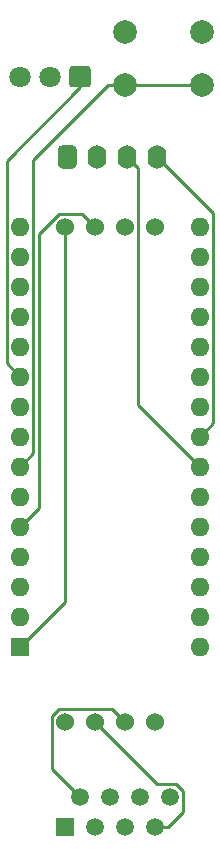
<source format=gtl>
%TF.GenerationSoftware,KiCad,Pcbnew,(5.1.10-1-10_14)*%
%TF.CreationDate,2021-11-05T10:02:52+11:00*%
%TF.ProjectId,bkm10iRduino_shield,626b6d31-3069-4526-9475-696e6f5f7368,rev?*%
%TF.SameCoordinates,Original*%
%TF.FileFunction,Copper,L1,Top*%
%TF.FilePolarity,Positive*%
%FSLAX46Y46*%
G04 Gerber Fmt 4.6, Leading zero omitted, Abs format (unit mm)*
G04 Created by KiCad (PCBNEW (5.1.10-1-10_14)) date 2021-11-05 10:02:52*
%MOMM*%
%LPD*%
G01*
G04 APERTURE LIST*
%TA.AperFunction,ComponentPad*%
%ADD10C,1.524000*%
%TD*%
%TA.AperFunction,ComponentPad*%
%ADD11O,1.600000X1.600000*%
%TD*%
%TA.AperFunction,ComponentPad*%
%ADD12R,1.600000X1.600000*%
%TD*%
%TA.AperFunction,ComponentPad*%
%ADD13C,2.000000*%
%TD*%
%TA.AperFunction,ComponentPad*%
%ADD14C,1.800000*%
%TD*%
%TA.AperFunction,ComponentPad*%
%ADD15C,1.500000*%
%TD*%
%TA.AperFunction,ComponentPad*%
%ADD16R,1.500000X1.500000*%
%TD*%
%TA.AperFunction,ComponentPad*%
%ADD17O,1.600000X2.000000*%
%TD*%
%TA.AperFunction,Conductor*%
%ADD18C,0.250000*%
%TD*%
G04 APERTURE END LIST*
D10*
%TO.P,U2,5*%
%TO.N,GND*%
X163830000Y-110490000D03*
%TO.P,U2,7*%
%TO.N,Net-(J1-Pad7)*%
X166370000Y-110490000D03*
%TO.P,U2,6*%
%TO.N,Net-(J1-Pad2)*%
X168910000Y-110490000D03*
%TO.P,U2,8*%
%TO.N,VCC*%
X171450000Y-110490000D03*
%TO.P,U2,4*%
%TO.N,RS485_TX*%
X163830000Y-68580000D03*
%TO.P,U2,3*%
%TO.N,RS485_TX_ENABLE*%
X166370000Y-68580000D03*
%TO.P,U2,2*%
%TO.N,Net-(U2-Pad2)*%
X168910000Y-68580000D03*
%TO.P,U2,1*%
%TO.N,Net-(U2-Pad1)*%
X171450000Y-68580000D03*
%TD*%
D11*
%TO.P,A1,16*%
%TO.N,Net-(A1-Pad16)*%
X175260000Y-68580000D03*
%TO.P,A1,15*%
%TO.N,Net-(A1-Pad15)*%
X160020000Y-68580000D03*
%TO.P,A1,30*%
%TO.N,VCC*%
X175260000Y-104140000D03*
%TO.P,A1,14*%
%TO.N,Net-(A1-Pad14)*%
X160020000Y-71120000D03*
%TO.P,A1,29*%
%TO.N,GND*%
X175260000Y-101600000D03*
%TO.P,A1,13*%
%TO.N,Net-(A1-Pad13)*%
X160020000Y-73660000D03*
%TO.P,A1,28*%
%TO.N,Net-(A1-Pad28)*%
X175260000Y-99060000D03*
%TO.P,A1,12*%
%TO.N,Net-(A1-Pad12)*%
X160020000Y-76200000D03*
%TO.P,A1,27*%
%TO.N,Net-(A1-Pad27)*%
X175260000Y-96520000D03*
%TO.P,A1,11*%
%TO.N,Net-(A1-Pad11)*%
X160020000Y-78740000D03*
%TO.P,A1,26*%
%TO.N,Net-(A1-Pad26)*%
X175260000Y-93980000D03*
%TO.P,A1,10*%
%TO.N,IR_OUT*%
X160020000Y-81280000D03*
%TO.P,A1,25*%
%TO.N,Net-(A1-Pad25)*%
X175260000Y-91440000D03*
%TO.P,A1,9*%
%TO.N,Net-(A1-Pad9)*%
X160020000Y-83820000D03*
%TO.P,A1,24*%
%TO.N,Net-(A1-Pad24)*%
X175260000Y-88900000D03*
%TO.P,A1,8*%
%TO.N,Net-(A1-Pad8)*%
X160020000Y-86360000D03*
%TO.P,A1,23*%
%TO.N,Net-(A1-Pad23)*%
X175260000Y-86360000D03*
%TO.P,A1,7*%
%TO.N,~LEARN_BUTTON_IN*%
X160020000Y-88900000D03*
%TO.P,A1,22*%
%TO.N,Net-(A1-Pad22)*%
X175260000Y-83820000D03*
%TO.P,A1,6*%
%TO.N,Net-(A1-Pad6)*%
X160020000Y-91440000D03*
%TO.P,A1,21*%
%TO.N,Net-(A1-Pad21)*%
X175260000Y-81280000D03*
%TO.P,A1,5*%
%TO.N,RS485_TX_ENABLE*%
X160020000Y-93980000D03*
%TO.P,A1,20*%
%TO.N,Net-(A1-Pad20)*%
X175260000Y-78740000D03*
%TO.P,A1,4*%
%TO.N,GND*%
X160020000Y-96520000D03*
%TO.P,A1,19*%
%TO.N,Net-(A1-Pad19)*%
X175260000Y-76200000D03*
%TO.P,A1,3*%
%TO.N,Net-(A1-Pad3)*%
X160020000Y-99060000D03*
%TO.P,A1,18*%
%TO.N,Net-(A1-Pad18)*%
X175260000Y-73660000D03*
%TO.P,A1,2*%
%TO.N,Net-(A1-Pad2)*%
X160020000Y-101600000D03*
%TO.P,A1,17*%
%TO.N,Net-(A1-Pad17)*%
X175260000Y-71120000D03*
D12*
%TO.P,A1,1*%
%TO.N,RS485_TX*%
X160020000Y-104140000D03*
%TD*%
D13*
%TO.P,SW1,1*%
%TO.N,GND*%
X175410000Y-52070000D03*
%TO.P,SW1,2*%
%TO.N,~LEARN_BUTTON_IN*%
X175410000Y-56570000D03*
%TO.P,SW1,1*%
%TO.N,GND*%
X168910000Y-52070000D03*
%TO.P,SW1,2*%
%TO.N,~LEARN_BUTTON_IN*%
X168910000Y-56570000D03*
%TD*%
D14*
%TO.P,U1,3*%
%TO.N,VCC*%
X160020000Y-55880000D03*
%TO.P,U1,2*%
%TO.N,GND*%
X162560000Y-55880000D03*
%TO.P,U1,1*%
%TO.N,IR_OUT*%
%TA.AperFunction,ComponentPad*%
G36*
G01*
X166000000Y-55228400D02*
X166000000Y-56531600D01*
G75*
G02*
X165751600Y-56780000I-248400J0D01*
G01*
X164448400Y-56780000D01*
G75*
G02*
X164200000Y-56531600I0J248400D01*
G01*
X164200000Y-55228400D01*
G75*
G02*
X164448400Y-54980000I248400J0D01*
G01*
X165751600Y-54980000D01*
G75*
G02*
X166000000Y-55228400I0J-248400D01*
G01*
G37*
%TD.AperFunction*%
%TD*%
D15*
%TO.P,J1,8*%
%TO.N,Net-(J1-Pad8)*%
X172720000Y-116840000D03*
%TO.P,J1,7*%
%TO.N,Net-(J1-Pad7)*%
X171450000Y-119380000D03*
%TO.P,J1,6*%
%TO.N,GND*%
X170180000Y-116840000D03*
%TO.P,J1,5*%
%TO.N,VCC*%
X168910000Y-119380000D03*
%TO.P,J1,4*%
%TO.N,GND*%
X167640000Y-116840000D03*
%TO.P,J1,3*%
%TO.N,Net-(J1-Pad3)*%
X166370000Y-119380000D03*
%TO.P,J1,2*%
%TO.N,Net-(J1-Pad2)*%
X165100000Y-116840000D03*
D16*
%TO.P,J1,1*%
%TO.N,GND*%
X163830000Y-119380000D03*
%TD*%
D17*
%TO.P,Brd1,2*%
%TO.N,VCC*%
X166560000Y-62670000D03*
%TO.P,Brd1,1*%
%TO.N,GND*%
%TA.AperFunction,ComponentPad*%
G36*
G01*
X163620000Y-61670000D02*
X164420000Y-61670000D01*
G75*
G02*
X164820000Y-62070000I0J-400000D01*
G01*
X164820000Y-63270000D01*
G75*
G02*
X164420000Y-63670000I-400000J0D01*
G01*
X163620000Y-63670000D01*
G75*
G02*
X163220000Y-63270000I0J400000D01*
G01*
X163220000Y-62070000D01*
G75*
G02*
X163620000Y-61670000I400000J0D01*
G01*
G37*
%TD.AperFunction*%
%TO.P,Brd1,3*%
%TO.N,Net-(A1-Pad24)*%
X169100000Y-62670000D03*
%TO.P,Brd1,4*%
%TO.N,Net-(A1-Pad23)*%
X171640000Y-62670000D03*
%TD*%
D18*
%TO.N,IR_OUT*%
X158894999Y-80154999D02*
X160020000Y-81280000D01*
X158894999Y-62985001D02*
X158894999Y-80154999D01*
X165100000Y-56780000D02*
X158894999Y-62985001D01*
X165100000Y-55880000D02*
X165100000Y-56780000D01*
%TO.N,Net-(A1-Pad24)*%
X169997001Y-83637001D02*
X175260000Y-88900000D01*
X169997001Y-63567001D02*
X169997001Y-83637001D01*
X169100000Y-62670000D02*
X169997001Y-63567001D01*
%TO.N,Net-(A1-Pad23)*%
X176385001Y-67415001D02*
X171640000Y-62670000D01*
X176385001Y-85234999D02*
X176385001Y-67415001D01*
X175260000Y-86360000D02*
X176385001Y-85234999D01*
%TO.N,RS485_TX_ENABLE*%
X161595011Y-92404989D02*
X160020000Y-93980000D01*
X161595011Y-69206227D02*
X161595011Y-92404989D01*
X163308239Y-67492999D02*
X161595011Y-69206227D01*
X165282999Y-67492999D02*
X163308239Y-67492999D01*
X166370000Y-68580000D02*
X165282999Y-67492999D01*
%TO.N,RS485_TX*%
X163830000Y-100330000D02*
X160020000Y-104140000D01*
X163830000Y-68580000D02*
X163830000Y-100330000D01*
%TO.N,Net-(J1-Pad7)*%
X172510660Y-119380000D02*
X171450000Y-119380000D01*
X173795001Y-118095659D02*
X172510660Y-119380000D01*
X173795001Y-116323999D02*
X173795001Y-118095659D01*
X173236001Y-115764999D02*
X173795001Y-116323999D01*
X171644999Y-115764999D02*
X173236001Y-115764999D01*
X166370000Y-110490000D02*
X171644999Y-115764999D01*
%TO.N,Net-(J1-Pad2)*%
X162742999Y-114482999D02*
X165100000Y-116840000D01*
X162742999Y-109968239D02*
X162742999Y-114482999D01*
X163308239Y-109402999D02*
X162742999Y-109968239D01*
X167822999Y-109402999D02*
X163308239Y-109402999D01*
X168910000Y-110490000D02*
X167822999Y-109402999D01*
%TO.N,~LEARN_BUTTON_IN*%
X161145001Y-87774999D02*
X160020000Y-88900000D01*
X161145001Y-62920786D02*
X161145001Y-87774999D01*
X167495787Y-56570000D02*
X161145001Y-62920786D01*
X168910000Y-56570000D02*
X167495787Y-56570000D01*
X175410000Y-56570000D02*
X168910000Y-56570000D01*
%TD*%
M02*

</source>
